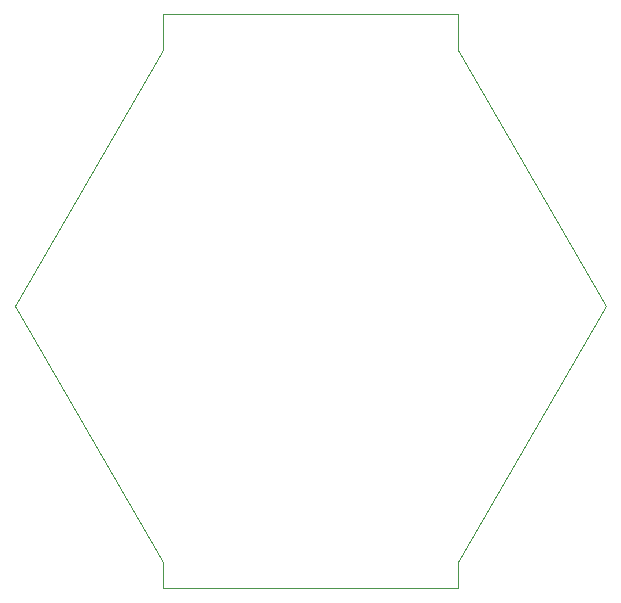
<source format=gbr>
%TF.GenerationSoftware,KiCad,Pcbnew,9.0.5*%
%TF.CreationDate,2025-10-19T17:26:29+02:00*%
%TF.ProjectId,PCB_PAPI,5043425f-5041-4504-992e-6b696361645f,rev?*%
%TF.SameCoordinates,Original*%
%TF.FileFunction,Profile,NP*%
%FSLAX46Y46*%
G04 Gerber Fmt 4.6, Leading zero omitted, Abs format (unit mm)*
G04 Created by KiCad (PCBNEW 9.0.5) date 2025-10-19 17:26:29*
%MOMM*%
%LPD*%
G01*
G04 APERTURE LIST*
%TA.AperFunction,Profile*%
%ADD10C,0.050000*%
%TD*%
G04 APERTURE END LIST*
D10*
X141500000Y-61350000D02*
X154000000Y-83000000D01*
X141500000Y-104650000D01*
X141500000Y-106900000D01*
X116500000Y-106900000D01*
X116500000Y-104650000D01*
X104000000Y-83000000D01*
X116500000Y-61350000D01*
X116500000Y-58300000D01*
X141500000Y-58300000D01*
X141500000Y-61350000D01*
M02*

</source>
